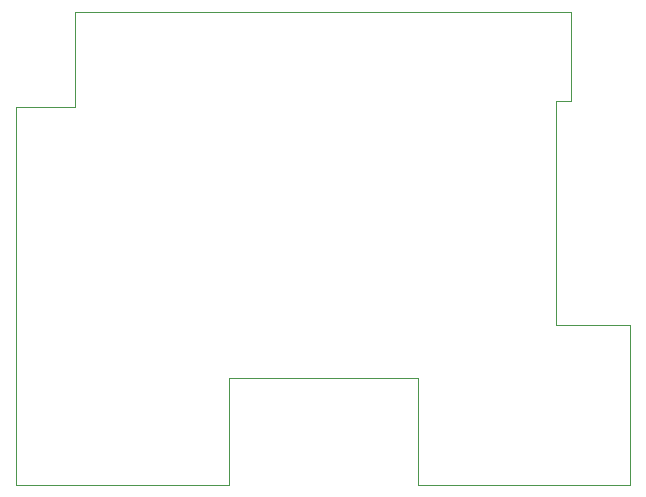
<source format=gbr>
%TF.GenerationSoftware,KiCad,Pcbnew,6.0.11-2627ca5db0~126~ubuntu20.04.1*%
%TF.CreationDate,2025-02-01T21:45:15-05:00*%
%TF.ProjectId,modbus_rtu_mirror_side_esp32_88x37x59mm,6d6f6462-7573-45f7-9274-755f6d697272,rev?*%
%TF.SameCoordinates,Original*%
%TF.FileFunction,Profile,NP*%
%FSLAX46Y46*%
G04 Gerber Fmt 4.6, Leading zero omitted, Abs format (unit mm)*
G04 Created by KiCad (PCBNEW 6.0.11-2627ca5db0~126~ubuntu20.04.1) date 2025-02-01 21:45:15*
%MOMM*%
%LPD*%
G01*
G04 APERTURE LIST*
%TA.AperFunction,Profile*%
%ADD10C,0.100000*%
%TD*%
G04 APERTURE END LIST*
D10*
X100000000Y-140000000D02*
X118000000Y-140000000D01*
X118000000Y-131000000D02*
X134000000Y-131000000D01*
X152000000Y-140000000D02*
X152000000Y-126500000D01*
X118000000Y-140000000D02*
X118000000Y-131000000D01*
X134000000Y-140000000D02*
X152000000Y-140000000D01*
X147000000Y-107500000D02*
X147000000Y-100000000D01*
X145700000Y-126500000D02*
X152000000Y-126500000D01*
X100000000Y-140000000D02*
X100000000Y-108000000D01*
X100000000Y-108000000D02*
X105000000Y-108000000D01*
X145700000Y-107500000D02*
X145700000Y-126500000D01*
X105000000Y-108000000D02*
X105000000Y-100000000D01*
X147000000Y-107500000D02*
X145700000Y-107500000D01*
X134000000Y-140000000D02*
X134000000Y-131000000D01*
X105000000Y-100000000D02*
X147000000Y-100000000D01*
M02*

</source>
